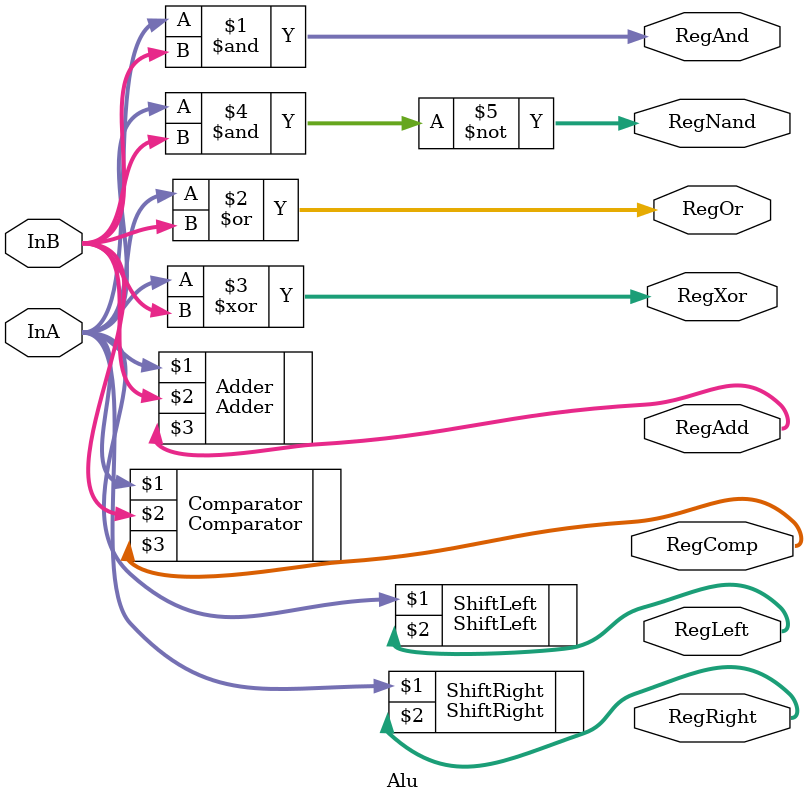
<source format=v>
`timescale 1ns / 1ps
module Alu(input [7:0] InA,InB,output [7:0] RegAdd,RegLeft,
RegRight,RegAnd,RegOr,RegXor,RegNand,RegComp );
Adder Adder(InA,InB,RegAdd);
ShiftLeft ShiftLeft(InA,RegLeft);
ShiftRight ShiftRight(InA,RegRight);
assign RegAnd = InA & InB;
assign RegOr = InA | InB;
assign RegXor = InA^InB;
assign RegNand = ~(InA&InB);
Comparator Comparator(InA,InB,RegComp);

endmodule

</source>
